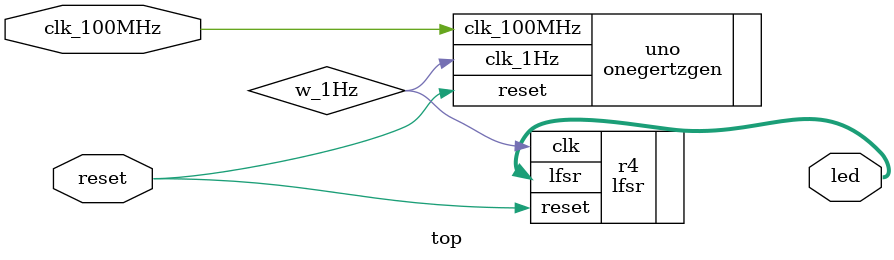
<source format=v>
`timescale 1ns / 1ps


module top
(
input clk_100MHz,
    input reset,
    output [3:0] led
    );
    wire w_1Hz;
    lfsr r4(
        .clk(w_1Hz),
        .reset(reset),
        .lfsr(led)
    );
    onegertzgen uno(
        .clk_100MHz(clk_100MHz),
        .reset(reset), 
        .clk_1Hz(w_1Hz)
    );
endmodule

</source>
